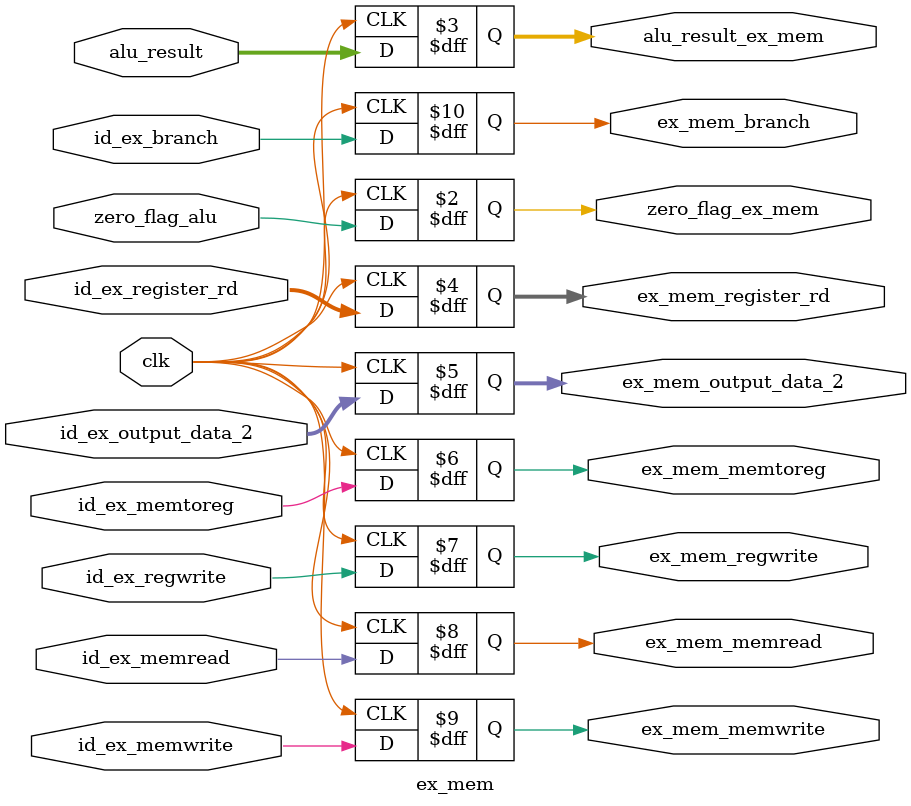
<source format=v>
`timescale 1ns / 1ps
module ex_mem( clk,zero_flag_alu,zero_flag_ex_mem,id_ex_register_rd,ex_mem_register_rd,alu_result,alu_result_ex_mem,id_ex_output_data_2,ex_mem_output_data_2, id_ex_memtoreg,id_ex_regwrite,id_ex_memread,id_ex_memwrite,id_ex_branch,ex_mem_memtoreg,ex_mem_regwrite,ex_mem_memread,ex_mem_memwrite,ex_mem_branch);
	
	input clk;
	input wire zero_flag_alu;
	input wire id_ex_memtoreg,id_ex_regwrite,id_ex_memread,id_ex_memwrite,id_ex_branch;
	input wire [4:0] id_ex_register_rd;
	input wire [31:0] id_ex_output_data_2;
	input wire [31:0] alu_result;
	output reg zero_flag_ex_mem;
	output reg [31:0] alu_result_ex_mem;
	output reg [4:0] ex_mem_register_rd;
	output reg [31:0] ex_mem_output_data_2;
	output reg ex_mem_memtoreg,ex_mem_regwrite,ex_mem_memread,ex_mem_memwrite,ex_mem_branch;
	
always @(posedge clk)
		begin
		zero_flag_ex_mem<=zero_flag_alu;
		alu_result_ex_mem<=alu_result;
		ex_mem_register_rd<=id_ex_register_rd;
		ex_mem_output_data_2<= id_ex_output_data_2;
		ex_mem_memtoreg<=id_ex_memtoreg;
		ex_mem_regwrite<=id_ex_regwrite;
		ex_mem_memread<=id_ex_memread;
		ex_mem_memwrite<=id_ex_memwrite;
		ex_mem_branch<=id_ex_branch;
		end
	
	
	
	
	
	
	
  


endmodule


</source>
